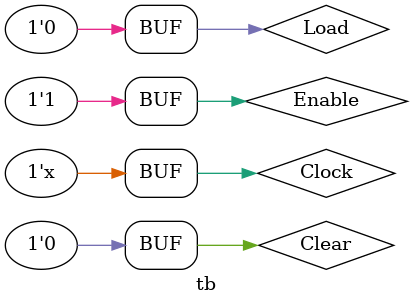
<source format=v>

module tb();

reg  Clock , Clear, Load, Enable;
wire [3:0]Q;

lab6_2_3 tb (.Clock(Clock), .Enable(Enable), .Clear(Clear), .Load(Load), .Q(Q));
initial 
begin 
Clock = 0 ;
end 

always #5 Clock=~Clock ;

initial begin
    Enable = 0;
    #20 Enable = 1;
    #150 Enable = 0;
    #40 Enable = 1;
    end
    
    initial begin
    Clear = 0;
    #40 Clear = 1;
    #20 Clear = 0;
    end
    
    initial begin
    Load = 0;
    #80 Load = 1;
    #10 Load = 0;
    end






endmodule

</source>
